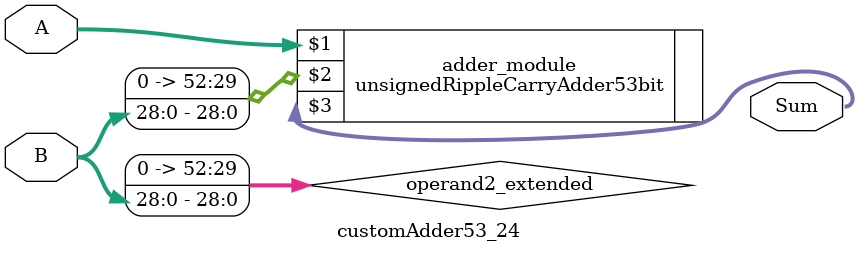
<source format=v>
module customAdder53_24(
                        input [52 : 0] A,
                        input [28 : 0] B,
                        
                        output [53 : 0] Sum
                );

        wire [52 : 0] operand2_extended;
        
        assign operand2_extended =  {24'b0, B};
        
        unsignedRippleCarryAdder53bit adder_module(
            A,
            operand2_extended,
            Sum
        );
        
        endmodule
        
</source>
